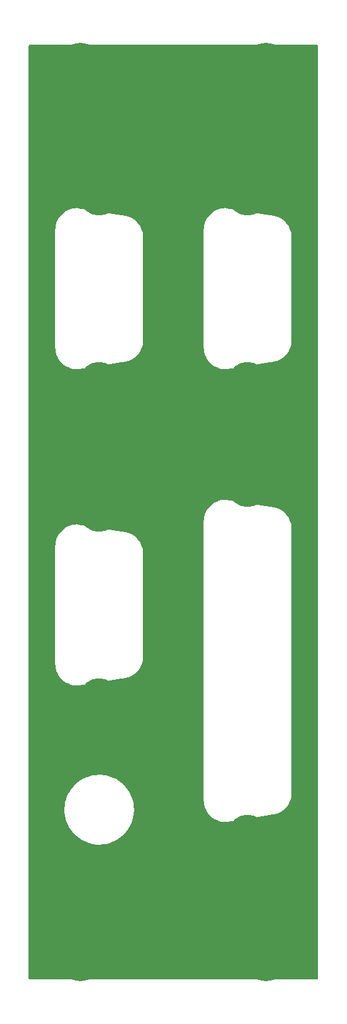
<source format=gtl>
G04 #@! TF.GenerationSoftware,KiCad,Pcbnew,(6.0.9-0)*
G04 #@! TF.CreationDate,2023-02-07T08:36:10+01:00*
G04 #@! TF.ProjectId,fp_S5,66705f53-352e-46b6-9963-61645f706362,A*
G04 #@! TF.SameCoordinates,Original*
G04 #@! TF.FileFunction,Copper,L1,Top*
G04 #@! TF.FilePolarity,Positive*
%FSLAX46Y46*%
G04 Gerber Fmt 4.6, Leading zero omitted, Abs format (unit mm)*
G04 Created by KiCad (PCBNEW (6.0.9-0)) date 2023-02-07 08:36:10*
%MOMM*%
%LPD*%
G01*
G04 APERTURE LIST*
G04 #@! TA.AperFunction,ComponentPad*
%ADD10C,5.600000*%
G04 #@! TD*
G04 #@! TA.AperFunction,ComponentPad*
%ADD11C,5.000000*%
G04 #@! TD*
G04 APERTURE END LIST*
D10*
X109220000Y-167730000D03*
X134620000Y-167730000D03*
D11*
X132080000Y-150300000D03*
X132080000Y-103300000D03*
X111760000Y-63500000D03*
X111760000Y-88500000D03*
X132080000Y-63500000D03*
X132080000Y-88500000D03*
D10*
X134620000Y-45230000D03*
D11*
X111760000Y-131680000D03*
X111760000Y-106680000D03*
D10*
X109220000Y-45230000D03*
G04 #@! TA.AperFunction,Conductor*
G36*
X141673621Y-42733502D02*
G01*
X141720114Y-42787158D01*
X141731500Y-42839500D01*
X141731500Y-170120500D01*
X141711498Y-170188621D01*
X141657842Y-170235114D01*
X141605500Y-170246500D01*
X102234500Y-170246500D01*
X102166379Y-170226498D01*
X102119886Y-170172842D01*
X102108500Y-170120500D01*
X102108500Y-146995311D01*
X106998336Y-146995311D01*
X107000382Y-147106940D01*
X107006103Y-147419090D01*
X107051511Y-147840500D01*
X107134200Y-148256205D01*
X107253515Y-148662915D01*
X107408513Y-149057407D01*
X107409768Y-149059918D01*
X107577328Y-149395259D01*
X107597964Y-149436559D01*
X107820370Y-149797370D01*
X108073970Y-150136981D01*
X108075831Y-150139059D01*
X108075832Y-150139060D01*
X108322777Y-150414768D01*
X108356755Y-150452704D01*
X108358792Y-150454607D01*
X108358799Y-150454614D01*
X108552823Y-150635860D01*
X108666487Y-150742039D01*
X109000712Y-151002695D01*
X109356786Y-151232609D01*
X109359265Y-151233913D01*
X109359268Y-151233915D01*
X109729387Y-151428644D01*
X109729393Y-151428647D01*
X109731887Y-151429959D01*
X109734485Y-151431043D01*
X109734489Y-151431045D01*
X110120463Y-151592106D01*
X110120468Y-151592108D01*
X110123047Y-151593184D01*
X110125713Y-151594027D01*
X110125718Y-151594029D01*
X110345871Y-151663654D01*
X110527168Y-151720991D01*
X110941051Y-151812367D01*
X110943825Y-151812725D01*
X110943826Y-151812725D01*
X111358647Y-151866233D01*
X111358657Y-151866234D01*
X111361418Y-151866590D01*
X111364205Y-151866700D01*
X111364211Y-151866700D01*
X111610786Y-151876388D01*
X111784940Y-151883231D01*
X111787731Y-151883092D01*
X111787737Y-151883092D01*
X112205462Y-151862296D01*
X112205471Y-151862295D01*
X112208266Y-151862156D01*
X112211043Y-151861768D01*
X112211045Y-151861768D01*
X112284570Y-151851500D01*
X112628042Y-151803534D01*
X112630752Y-151802906D01*
X112630762Y-151802904D01*
X113038218Y-151708460D01*
X113040945Y-151707828D01*
X113252549Y-151638461D01*
X113441052Y-151576667D01*
X113441058Y-151576665D01*
X113443705Y-151575797D01*
X113833135Y-151408485D01*
X114206149Y-151207217D01*
X114559795Y-150973587D01*
X114891273Y-150709445D01*
X115197958Y-150416883D01*
X115477421Y-150098216D01*
X115481742Y-150092302D01*
X115725792Y-149758238D01*
X115725795Y-149758233D01*
X115727450Y-149755968D01*
X115728894Y-149753570D01*
X115728901Y-149753559D01*
X115944615Y-149395259D01*
X115944620Y-149395250D01*
X115946066Y-149392848D01*
X116131537Y-149011733D01*
X116282395Y-148615639D01*
X116291905Y-148581921D01*
X116396679Y-148210415D01*
X116397444Y-148207703D01*
X116397963Y-148204944D01*
X116475260Y-147793900D01*
X116475261Y-147793892D01*
X116475776Y-147791154D01*
X116497459Y-147568007D01*
X116516553Y-147371509D01*
X116516554Y-147371497D01*
X116516768Y-147369292D01*
X116520280Y-147235186D01*
X116523238Y-147122233D01*
X116523238Y-147122220D01*
X116523296Y-147120000D01*
X116504438Y-146696570D01*
X116448015Y-146276493D01*
X116432563Y-146208203D01*
X116355089Y-145865823D01*
X116354472Y-145863095D01*
X116344055Y-145830745D01*
X116332133Y-145793724D01*
X126066309Y-145793724D01*
X126067472Y-145802625D01*
X126067452Y-145804296D01*
X126067788Y-145807970D01*
X126083874Y-146114905D01*
X126133204Y-146426361D01*
X126214820Y-146730954D01*
X126327826Y-147025347D01*
X126329324Y-147028287D01*
X126436723Y-147239068D01*
X126470987Y-147306315D01*
X126642732Y-147570779D01*
X126841180Y-147815842D01*
X127064158Y-148038820D01*
X127309221Y-148237268D01*
X127573686Y-148409013D01*
X127854653Y-148552174D01*
X128149046Y-148665180D01*
X128453639Y-148746796D01*
X128619060Y-148772996D01*
X128761847Y-148795612D01*
X128761855Y-148795613D01*
X128765095Y-148796126D01*
X129006656Y-148808785D01*
X129011770Y-148809053D01*
X129011696Y-148810457D01*
X129015614Y-148809974D01*
X129015652Y-148809257D01*
X129017486Y-148809353D01*
X129019713Y-148809470D01*
X129019714Y-148809470D01*
X129035892Y-148810318D01*
X129046394Y-148810868D01*
X129060689Y-148812439D01*
X129067448Y-148813576D01*
X129073832Y-148813654D01*
X129075135Y-148813670D01*
X129075139Y-148813670D01*
X129080000Y-148813729D01*
X129107926Y-148809730D01*
X129114526Y-148808785D01*
X129120095Y-148808142D01*
X129124522Y-148808094D01*
X129129319Y-148807295D01*
X129129325Y-148807294D01*
X129154722Y-148803061D01*
X129157464Y-148802635D01*
X129224187Y-148793080D01*
X129228625Y-148791062D01*
X129233759Y-148789888D01*
X131579631Y-148398909D01*
X135098254Y-147812472D01*
X135112357Y-147810933D01*
X135394905Y-147796126D01*
X135398145Y-147795613D01*
X135398153Y-147795612D01*
X135540940Y-147772996D01*
X135706361Y-147746796D01*
X136010954Y-147665180D01*
X136305347Y-147552174D01*
X136359287Y-147524690D01*
X136583376Y-147410511D01*
X136583383Y-147410507D01*
X136586315Y-147409013D01*
X136850779Y-147237268D01*
X137095842Y-147038820D01*
X137318820Y-146815842D01*
X137517268Y-146570779D01*
X137689013Y-146306315D01*
X137702792Y-146279274D01*
X137830676Y-146028287D01*
X137832174Y-146025347D01*
X137945180Y-145730954D01*
X138026796Y-145426361D01*
X138076126Y-145114905D01*
X138090868Y-144833606D01*
X138092439Y-144819311D01*
X138093576Y-144812552D01*
X138093729Y-144800000D01*
X138089773Y-144772376D01*
X138088500Y-144754514D01*
X138088500Y-108853250D01*
X138090246Y-108832345D01*
X138092770Y-108817344D01*
X138092770Y-108817341D01*
X138093576Y-108812552D01*
X138093729Y-108800000D01*
X138092798Y-108793497D01*
X138091697Y-108782225D01*
X138076126Y-108485095D01*
X138067056Y-108427826D01*
X138049157Y-108314820D01*
X138026796Y-108173639D01*
X137945180Y-107869046D01*
X137919686Y-107802630D01*
X137833358Y-107577738D01*
X137832174Y-107574653D01*
X137689013Y-107293686D01*
X137517268Y-107029221D01*
X137318820Y-106784158D01*
X137095842Y-106561180D01*
X136850779Y-106362732D01*
X136586315Y-106190987D01*
X136583383Y-106189493D01*
X136583376Y-106189489D01*
X136308287Y-106049324D01*
X136305347Y-106047826D01*
X136010954Y-105934820D01*
X135706361Y-105853204D01*
X135531686Y-105825538D01*
X135398153Y-105804388D01*
X135398145Y-105804387D01*
X135394905Y-105803874D01*
X135234934Y-105795491D01*
X135113606Y-105789132D01*
X135099311Y-105787561D01*
X135092552Y-105786424D01*
X135091826Y-105786415D01*
X135090760Y-105786279D01*
X129190336Y-104802875D01*
X129190146Y-104802843D01*
X129097347Y-104787230D01*
X129097338Y-104787229D01*
X129092552Y-104786424D01*
X129086276Y-104786348D01*
X129084859Y-104786330D01*
X129084856Y-104786330D01*
X129080000Y-104786271D01*
X129075191Y-104786960D01*
X129075187Y-104786960D01*
X129074127Y-104787112D01*
X129073497Y-104787202D01*
X129062233Y-104788302D01*
X129032216Y-104789875D01*
X129029625Y-104789913D01*
X129028176Y-104790087D01*
X129027487Y-104790123D01*
X129018837Y-104789925D01*
X129018823Y-104789925D01*
X129018829Y-104789648D01*
X129015727Y-104789128D01*
X129015811Y-104790735D01*
X128765095Y-104803874D01*
X128761855Y-104804387D01*
X128761847Y-104804388D01*
X128619060Y-104827004D01*
X128453639Y-104853204D01*
X128149046Y-104934820D01*
X127854653Y-105047826D01*
X127573686Y-105190987D01*
X127309221Y-105362732D01*
X127064158Y-105561180D01*
X126841180Y-105784158D01*
X126642732Y-106029221D01*
X126470987Y-106293686D01*
X126327826Y-106574653D01*
X126214820Y-106869046D01*
X126133204Y-107173639D01*
X126083874Y-107485095D01*
X126083702Y-107488385D01*
X126068743Y-107773827D01*
X126067704Y-107783841D01*
X126067692Y-107784846D01*
X126066309Y-107793724D01*
X126068771Y-107812552D01*
X126070436Y-107825283D01*
X126071500Y-107841621D01*
X126071500Y-145750633D01*
X126070000Y-145770018D01*
X126066309Y-145793724D01*
X116332133Y-145793724D01*
X116284583Y-145646066D01*
X116224552Y-145459648D01*
X116163487Y-145315438D01*
X116060375Y-145071930D01*
X116060369Y-145071918D01*
X116059281Y-145069348D01*
X115859969Y-144695285D01*
X115628194Y-144340420D01*
X115550941Y-144242424D01*
X115367521Y-144009757D01*
X115367519Y-144009755D01*
X115365792Y-144007564D01*
X115074839Y-143699352D01*
X115072748Y-143697499D01*
X115072740Y-143697491D01*
X114759739Y-143420085D01*
X114759737Y-143420083D01*
X114757639Y-143418224D01*
X114416705Y-143166406D01*
X114225795Y-143050102D01*
X114057124Y-142947347D01*
X114057117Y-142947343D01*
X114054735Y-142945892D01*
X113933451Y-142886081D01*
X113677110Y-142759668D01*
X113674596Y-142758428D01*
X113672000Y-142757424D01*
X113671987Y-142757418D01*
X113374196Y-142642212D01*
X113279298Y-142605499D01*
X113035305Y-142535304D01*
X112874650Y-142489085D01*
X112874644Y-142489083D01*
X112871969Y-142488314D01*
X112869232Y-142487785D01*
X112869226Y-142487783D01*
X112725914Y-142460056D01*
X112455837Y-142407803D01*
X112034194Y-142364602D01*
X112031404Y-142364565D01*
X112031396Y-142364565D01*
X111766380Y-142361096D01*
X111610381Y-142359054D01*
X111187753Y-142391203D01*
X111184990Y-142391663D01*
X111184989Y-142391663D01*
X110772430Y-142460331D01*
X110772427Y-142460332D01*
X110769655Y-142460793D01*
X110766944Y-142461497D01*
X110766933Y-142461499D01*
X110362117Y-142566569D01*
X110362106Y-142566572D01*
X110359399Y-142567275D01*
X110104428Y-142658317D01*
X109962875Y-142708860D01*
X109962870Y-142708862D01*
X109960232Y-142709804D01*
X109957692Y-142710975D01*
X109957687Y-142710977D01*
X109852069Y-142759668D01*
X109575316Y-142887253D01*
X109207698Y-143098216D01*
X109205406Y-143099818D01*
X109205398Y-143099823D01*
X108862584Y-143339419D01*
X108860289Y-143341023D01*
X108535839Y-143613752D01*
X108236918Y-143914242D01*
X107965892Y-144240115D01*
X107724908Y-144588791D01*
X107515872Y-144957509D01*
X107514713Y-144960058D01*
X107514711Y-144960062D01*
X107341598Y-145340803D01*
X107341593Y-145340814D01*
X107340441Y-145343349D01*
X107339519Y-145345975D01*
X107339514Y-145345987D01*
X107263616Y-145562114D01*
X107200004Y-145743256D01*
X107199313Y-145745976D01*
X107199312Y-145745980D01*
X107170244Y-145860436D01*
X107095672Y-146154064D01*
X107028271Y-146572520D01*
X106998336Y-146995311D01*
X102108500Y-146995311D01*
X102108500Y-127173724D01*
X105746309Y-127173724D01*
X105747472Y-127182625D01*
X105747452Y-127184296D01*
X105747788Y-127187970D01*
X105763874Y-127494905D01*
X105813204Y-127806361D01*
X105894820Y-128110954D01*
X106007826Y-128405347D01*
X106009324Y-128408287D01*
X106116723Y-128619068D01*
X106150987Y-128686315D01*
X106322732Y-128950779D01*
X106521180Y-129195842D01*
X106744158Y-129418820D01*
X106989221Y-129617268D01*
X107253686Y-129789013D01*
X107534653Y-129932174D01*
X107829046Y-130045180D01*
X108133639Y-130126796D01*
X108299060Y-130152996D01*
X108441847Y-130175612D01*
X108441855Y-130175613D01*
X108445095Y-130176126D01*
X108686656Y-130188785D01*
X108691770Y-130189053D01*
X108691696Y-130190457D01*
X108695614Y-130189974D01*
X108695652Y-130189257D01*
X108697486Y-130189353D01*
X108699713Y-130189470D01*
X108699714Y-130189470D01*
X108715892Y-130190318D01*
X108726394Y-130190868D01*
X108740689Y-130192439D01*
X108747448Y-130193576D01*
X108753832Y-130193654D01*
X108755135Y-130193670D01*
X108755139Y-130193670D01*
X108760000Y-130193729D01*
X108787926Y-130189730D01*
X108794526Y-130188785D01*
X108800095Y-130188142D01*
X108804522Y-130188094D01*
X108809319Y-130187295D01*
X108809325Y-130187294D01*
X108834722Y-130183061D01*
X108837464Y-130182635D01*
X108904187Y-130173080D01*
X108908625Y-130171062D01*
X108913759Y-130169888D01*
X111259631Y-129778909D01*
X114778254Y-129192472D01*
X114792357Y-129190933D01*
X115074905Y-129176126D01*
X115078145Y-129175613D01*
X115078153Y-129175612D01*
X115220940Y-129152996D01*
X115386361Y-129126796D01*
X115690954Y-129045180D01*
X115985347Y-128932174D01*
X116039287Y-128904690D01*
X116263376Y-128790511D01*
X116263383Y-128790507D01*
X116266315Y-128789013D01*
X116530779Y-128617268D01*
X116775842Y-128418820D01*
X116998820Y-128195842D01*
X117197268Y-127950779D01*
X117369013Y-127686315D01*
X117512174Y-127405347D01*
X117625180Y-127110954D01*
X117706796Y-126806361D01*
X117756126Y-126494905D01*
X117770868Y-126213606D01*
X117772439Y-126199311D01*
X117773576Y-126192552D01*
X117773729Y-126180000D01*
X117769773Y-126152376D01*
X117768500Y-126134514D01*
X117768500Y-112233250D01*
X117770246Y-112212345D01*
X117772770Y-112197344D01*
X117772770Y-112197341D01*
X117773576Y-112192552D01*
X117773729Y-112180000D01*
X117772798Y-112173497D01*
X117771697Y-112162225D01*
X117756126Y-111865095D01*
X117706796Y-111553639D01*
X117625180Y-111249046D01*
X117599686Y-111182630D01*
X117513358Y-110957738D01*
X117512174Y-110954653D01*
X117369013Y-110673686D01*
X117197268Y-110409221D01*
X116998820Y-110164158D01*
X116775842Y-109941180D01*
X116530779Y-109742732D01*
X116266315Y-109570987D01*
X116263383Y-109569493D01*
X116263376Y-109569489D01*
X115988287Y-109429324D01*
X115985347Y-109427826D01*
X115690954Y-109314820D01*
X115386361Y-109233204D01*
X115211686Y-109205538D01*
X115078153Y-109184388D01*
X115078145Y-109184387D01*
X115074905Y-109183874D01*
X114914934Y-109175491D01*
X114793606Y-109169132D01*
X114779311Y-109167561D01*
X114772552Y-109166424D01*
X114771826Y-109166415D01*
X114770760Y-109166279D01*
X108870336Y-108182875D01*
X108870146Y-108182843D01*
X108777347Y-108167230D01*
X108777338Y-108167229D01*
X108772552Y-108166424D01*
X108766276Y-108166348D01*
X108764859Y-108166330D01*
X108764856Y-108166330D01*
X108760000Y-108166271D01*
X108755191Y-108166960D01*
X108755187Y-108166960D01*
X108754127Y-108167112D01*
X108753497Y-108167202D01*
X108742233Y-108168302D01*
X108712216Y-108169875D01*
X108709625Y-108169913D01*
X108708176Y-108170087D01*
X108707487Y-108170123D01*
X108698837Y-108169925D01*
X108698823Y-108169925D01*
X108698829Y-108169648D01*
X108695727Y-108169128D01*
X108695811Y-108170735D01*
X108445095Y-108183874D01*
X108441855Y-108184387D01*
X108441847Y-108184388D01*
X108299060Y-108207004D01*
X108133639Y-108233204D01*
X107829046Y-108314820D01*
X107534653Y-108427826D01*
X107253686Y-108570987D01*
X106989221Y-108742732D01*
X106744158Y-108941180D01*
X106521180Y-109164158D01*
X106322732Y-109409221D01*
X106150987Y-109673686D01*
X106007826Y-109954653D01*
X105894820Y-110249046D01*
X105813204Y-110553639D01*
X105763874Y-110865095D01*
X105763702Y-110868385D01*
X105748743Y-111153827D01*
X105747704Y-111163841D01*
X105747692Y-111164846D01*
X105746309Y-111173724D01*
X105748771Y-111192552D01*
X105750436Y-111205283D01*
X105751500Y-111221621D01*
X105751500Y-127130633D01*
X105750000Y-127150018D01*
X105746309Y-127173724D01*
X102108500Y-127173724D01*
X102108500Y-83993724D01*
X105746309Y-83993724D01*
X105747472Y-84002625D01*
X105747452Y-84004296D01*
X105747788Y-84007970D01*
X105763874Y-84314905D01*
X105813204Y-84626361D01*
X105894820Y-84930954D01*
X106007826Y-85225347D01*
X106009324Y-85228287D01*
X106116723Y-85439068D01*
X106150987Y-85506315D01*
X106322732Y-85770779D01*
X106521180Y-86015842D01*
X106744158Y-86238820D01*
X106989221Y-86437268D01*
X107253686Y-86609013D01*
X107534653Y-86752174D01*
X107829046Y-86865180D01*
X108133639Y-86946796D01*
X108299060Y-86972996D01*
X108441847Y-86995612D01*
X108441855Y-86995613D01*
X108445095Y-86996126D01*
X108686656Y-87008785D01*
X108691770Y-87009053D01*
X108691696Y-87010457D01*
X108695614Y-87009974D01*
X108695652Y-87009257D01*
X108697486Y-87009353D01*
X108699713Y-87009470D01*
X108699714Y-87009470D01*
X108715892Y-87010318D01*
X108726394Y-87010868D01*
X108740689Y-87012439D01*
X108747448Y-87013576D01*
X108753832Y-87013654D01*
X108755135Y-87013670D01*
X108755139Y-87013670D01*
X108760000Y-87013729D01*
X108787926Y-87009730D01*
X108794526Y-87008785D01*
X108800095Y-87008142D01*
X108804522Y-87008094D01*
X108809319Y-87007295D01*
X108809325Y-87007294D01*
X108834722Y-87003061D01*
X108837464Y-87002635D01*
X108904187Y-86993080D01*
X108908625Y-86991062D01*
X108913759Y-86989888D01*
X111259631Y-86598909D01*
X114778254Y-86012472D01*
X114792357Y-86010933D01*
X115074905Y-85996126D01*
X115078145Y-85995613D01*
X115078153Y-85995612D01*
X115220940Y-85972996D01*
X115386361Y-85946796D01*
X115690954Y-85865180D01*
X115985347Y-85752174D01*
X116039287Y-85724690D01*
X116263376Y-85610511D01*
X116263383Y-85610507D01*
X116266315Y-85609013D01*
X116530779Y-85437268D01*
X116775842Y-85238820D01*
X116998820Y-85015842D01*
X117197268Y-84770779D01*
X117369013Y-84506315D01*
X117512174Y-84225347D01*
X117601085Y-83993724D01*
X126066309Y-83993724D01*
X126067472Y-84002625D01*
X126067452Y-84004296D01*
X126067788Y-84007970D01*
X126083874Y-84314905D01*
X126133204Y-84626361D01*
X126214820Y-84930954D01*
X126327826Y-85225347D01*
X126329324Y-85228287D01*
X126436723Y-85439068D01*
X126470987Y-85506315D01*
X126642732Y-85770779D01*
X126841180Y-86015842D01*
X127064158Y-86238820D01*
X127309221Y-86437268D01*
X127573686Y-86609013D01*
X127854653Y-86752174D01*
X128149046Y-86865180D01*
X128453639Y-86946796D01*
X128619060Y-86972996D01*
X128761847Y-86995612D01*
X128761855Y-86995613D01*
X128765095Y-86996126D01*
X129006656Y-87008785D01*
X129011770Y-87009053D01*
X129011696Y-87010457D01*
X129015614Y-87009974D01*
X129015652Y-87009257D01*
X129017486Y-87009353D01*
X129019713Y-87009470D01*
X129019714Y-87009470D01*
X129035892Y-87010318D01*
X129046394Y-87010868D01*
X129060689Y-87012439D01*
X129067448Y-87013576D01*
X129073832Y-87013654D01*
X129075135Y-87013670D01*
X129075139Y-87013670D01*
X129080000Y-87013729D01*
X129107926Y-87009730D01*
X129114526Y-87008785D01*
X129120095Y-87008142D01*
X129124522Y-87008094D01*
X129129319Y-87007295D01*
X129129325Y-87007294D01*
X129154722Y-87003061D01*
X129157464Y-87002635D01*
X129224187Y-86993080D01*
X129228625Y-86991062D01*
X129233759Y-86989888D01*
X131579631Y-86598909D01*
X135098254Y-86012472D01*
X135112357Y-86010933D01*
X135394905Y-85996126D01*
X135398145Y-85995613D01*
X135398153Y-85995612D01*
X135540940Y-85972996D01*
X135706361Y-85946796D01*
X136010954Y-85865180D01*
X136305347Y-85752174D01*
X136359287Y-85724690D01*
X136583376Y-85610511D01*
X136583383Y-85610507D01*
X136586315Y-85609013D01*
X136850779Y-85437268D01*
X137095842Y-85238820D01*
X137318820Y-85015842D01*
X137517268Y-84770779D01*
X137689013Y-84506315D01*
X137832174Y-84225347D01*
X137945180Y-83930954D01*
X138026796Y-83626361D01*
X138076126Y-83314905D01*
X138090868Y-83033606D01*
X138092439Y-83019311D01*
X138093576Y-83012552D01*
X138093729Y-83000000D01*
X138089773Y-82972376D01*
X138088500Y-82954514D01*
X138088500Y-69053250D01*
X138090246Y-69032345D01*
X138092770Y-69017344D01*
X138092770Y-69017341D01*
X138093576Y-69012552D01*
X138093729Y-69000000D01*
X138092798Y-68993497D01*
X138091697Y-68982225D01*
X138076126Y-68685095D01*
X138026796Y-68373639D01*
X137945180Y-68069046D01*
X137919686Y-68002630D01*
X137833358Y-67777738D01*
X137832174Y-67774653D01*
X137689013Y-67493686D01*
X137517268Y-67229221D01*
X137318820Y-66984158D01*
X137095842Y-66761180D01*
X136850779Y-66562732D01*
X136586315Y-66390987D01*
X136583383Y-66389493D01*
X136583376Y-66389489D01*
X136308287Y-66249324D01*
X136305347Y-66247826D01*
X136010954Y-66134820D01*
X135706361Y-66053204D01*
X135531686Y-66025538D01*
X135398153Y-66004388D01*
X135398145Y-66004387D01*
X135394905Y-66003874D01*
X135234934Y-65995491D01*
X135113606Y-65989132D01*
X135099311Y-65987561D01*
X135092552Y-65986424D01*
X135091826Y-65986415D01*
X135090760Y-65986279D01*
X129190336Y-65002875D01*
X129190146Y-65002843D01*
X129097347Y-64987230D01*
X129097338Y-64987229D01*
X129092552Y-64986424D01*
X129086276Y-64986348D01*
X129084859Y-64986330D01*
X129084856Y-64986330D01*
X129080000Y-64986271D01*
X129075191Y-64986960D01*
X129075187Y-64986960D01*
X129074127Y-64987112D01*
X129073497Y-64987202D01*
X129062233Y-64988302D01*
X129032216Y-64989875D01*
X129029625Y-64989913D01*
X129028176Y-64990087D01*
X129027487Y-64990123D01*
X129018837Y-64989925D01*
X129018823Y-64989925D01*
X129018829Y-64989648D01*
X129015727Y-64989128D01*
X129015811Y-64990735D01*
X128765095Y-65003874D01*
X128761855Y-65004387D01*
X128761847Y-65004388D01*
X128619060Y-65027004D01*
X128453639Y-65053204D01*
X128149046Y-65134820D01*
X127854653Y-65247826D01*
X127573686Y-65390987D01*
X127309221Y-65562732D01*
X127064158Y-65761180D01*
X126841180Y-65984158D01*
X126642732Y-66229221D01*
X126470987Y-66493686D01*
X126327826Y-66774653D01*
X126214820Y-67069046D01*
X126133204Y-67373639D01*
X126083874Y-67685095D01*
X126083702Y-67688385D01*
X126068743Y-67973827D01*
X126067704Y-67983841D01*
X126067692Y-67984846D01*
X126066309Y-67993724D01*
X126068771Y-68012552D01*
X126070436Y-68025283D01*
X126071500Y-68041621D01*
X126071500Y-83950633D01*
X126070000Y-83970018D01*
X126066309Y-83993724D01*
X117601085Y-83993724D01*
X117625180Y-83930954D01*
X117706796Y-83626361D01*
X117756126Y-83314905D01*
X117770868Y-83033606D01*
X117772439Y-83019311D01*
X117773576Y-83012552D01*
X117773729Y-83000000D01*
X117769773Y-82972376D01*
X117768500Y-82954514D01*
X117768500Y-69053250D01*
X117770246Y-69032345D01*
X117772770Y-69017344D01*
X117772770Y-69017341D01*
X117773576Y-69012552D01*
X117773729Y-69000000D01*
X117772798Y-68993497D01*
X117771697Y-68982225D01*
X117756126Y-68685095D01*
X117706796Y-68373639D01*
X117625180Y-68069046D01*
X117599686Y-68002630D01*
X117513358Y-67777738D01*
X117512174Y-67774653D01*
X117369013Y-67493686D01*
X117197268Y-67229221D01*
X116998820Y-66984158D01*
X116775842Y-66761180D01*
X116530779Y-66562732D01*
X116266315Y-66390987D01*
X116263383Y-66389493D01*
X116263376Y-66389489D01*
X115988287Y-66249324D01*
X115985347Y-66247826D01*
X115690954Y-66134820D01*
X115386361Y-66053204D01*
X115211686Y-66025538D01*
X115078153Y-66004388D01*
X115078145Y-66004387D01*
X115074905Y-66003874D01*
X114914934Y-65995491D01*
X114793606Y-65989132D01*
X114779311Y-65987561D01*
X114772552Y-65986424D01*
X114771826Y-65986415D01*
X114770760Y-65986279D01*
X108870336Y-65002875D01*
X108870146Y-65002843D01*
X108777347Y-64987230D01*
X108777338Y-64987229D01*
X108772552Y-64986424D01*
X108766276Y-64986348D01*
X108764859Y-64986330D01*
X108764856Y-64986330D01*
X108760000Y-64986271D01*
X108755191Y-64986960D01*
X108755187Y-64986960D01*
X108754127Y-64987112D01*
X108753497Y-64987202D01*
X108742233Y-64988302D01*
X108712216Y-64989875D01*
X108709625Y-64989913D01*
X108708176Y-64990087D01*
X108707487Y-64990123D01*
X108698837Y-64989925D01*
X108698823Y-64989925D01*
X108698829Y-64989648D01*
X108695727Y-64989128D01*
X108695811Y-64990735D01*
X108445095Y-65003874D01*
X108441855Y-65004387D01*
X108441847Y-65004388D01*
X108299060Y-65027004D01*
X108133639Y-65053204D01*
X107829046Y-65134820D01*
X107534653Y-65247826D01*
X107253686Y-65390987D01*
X106989221Y-65562732D01*
X106744158Y-65761180D01*
X106521180Y-65984158D01*
X106322732Y-66229221D01*
X106150987Y-66493686D01*
X106007826Y-66774653D01*
X105894820Y-67069046D01*
X105813204Y-67373639D01*
X105763874Y-67685095D01*
X105763702Y-67688385D01*
X105748743Y-67973827D01*
X105747704Y-67983841D01*
X105747692Y-67984846D01*
X105746309Y-67993724D01*
X105748771Y-68012552D01*
X105750436Y-68025283D01*
X105751500Y-68041621D01*
X105751500Y-83950633D01*
X105750000Y-83970018D01*
X105746309Y-83993724D01*
X102108500Y-83993724D01*
X102108500Y-42839500D01*
X102128502Y-42771379D01*
X102182158Y-42724886D01*
X102234500Y-42713500D01*
X141605500Y-42713500D01*
X141673621Y-42733502D01*
G37*
G04 #@! TD.AperFunction*
M02*

</source>
